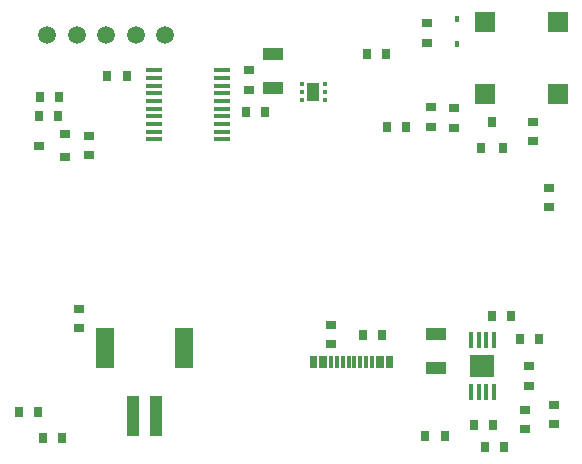
<source format=gbp>
%TF.GenerationSoftware,KiCad,Pcbnew,8.0.6*%
%TF.CreationDate,2024-12-09T18:11:45+01:00*%
%TF.ProjectId,Xmas,586d6173-2e6b-4696-9361-645f70636258,rev?*%
%TF.SameCoordinates,Original*%
%TF.FileFunction,Paste,Bot*%
%TF.FilePolarity,Positive*%
%FSLAX46Y46*%
G04 Gerber Fmt 4.6, Leading zero omitted, Abs format (unit mm)*
G04 Created by KiCad (PCBNEW 8.0.6) date 2024-12-09 18:11:45*
%MOMM*%
%LPD*%
G01*
G04 APERTURE LIST*
%ADD10R,0.950000X0.800000*%
%ADD11R,1.350000X0.400000*%
%ADD12R,0.800000X0.950000*%
%ADD13R,0.450000X0.300000*%
%ADD14R,1.000000X1.600000*%
%ADD15R,1.750000X1.125000*%
%ADD16R,0.450000X0.590000*%
%ADD17R,0.800000X0.900000*%
%ADD18R,0.300000X1.140000*%
%ADD19C,1.500000*%
%ADD20R,1.000000X3.500000*%
%ADD21R,1.500000X3.400000*%
%ADD22R,0.450000X1.400000*%
%ADD23R,2.000000X1.880000*%
%ADD24R,0.900000X0.800000*%
%ADD25R,1.800000X1.800000*%
G04 APERTURE END LIST*
D10*
%TO.C,R4*%
X145200000Y-111225000D03*
X145200000Y-109575000D03*
%TD*%
D11*
%TO.C,IC1*%
X119575000Y-80825000D03*
X119575000Y-81475000D03*
X119575000Y-82125000D03*
X119575000Y-82775000D03*
X119575000Y-83425000D03*
X119575000Y-84075000D03*
X119575000Y-84725000D03*
X119575000Y-85375000D03*
X119575000Y-86025000D03*
X119575000Y-86675000D03*
X113825000Y-86675000D03*
X113825000Y-86025000D03*
X113825000Y-85375000D03*
X113825000Y-84725000D03*
X113825000Y-84075000D03*
X113825000Y-83425000D03*
X113825000Y-82775000D03*
X113825000Y-82125000D03*
X113825000Y-81475000D03*
X113825000Y-80825000D03*
%TD*%
D12*
%TO.C,C2*%
X142500000Y-110825000D03*
X140850000Y-110825000D03*
%TD*%
D10*
%TO.C,C5*%
X107450000Y-102685000D03*
X107450000Y-101035000D03*
%TD*%
%TO.C,R11*%
X108250000Y-86375000D03*
X108250000Y-88025000D03*
%TD*%
D12*
%TO.C,C10*%
X106025000Y-111950000D03*
X104375000Y-111950000D03*
%TD*%
D10*
%TO.C,R2*%
X128750000Y-104025000D03*
X128750000Y-102375000D03*
%TD*%
D12*
%TO.C,R10*%
X102325000Y-109750000D03*
X103975000Y-109750000D03*
%TD*%
%TO.C,R7*%
X123205000Y-84370000D03*
X121555000Y-84370000D03*
%TD*%
%TO.C,R8*%
X109825000Y-81300000D03*
X111475000Y-81300000D03*
%TD*%
D13*
%TO.C,U1*%
X126300000Y-83300000D03*
X126300000Y-82650000D03*
X126300000Y-82000000D03*
X128250000Y-82000000D03*
X128250000Y-82650000D03*
X128250000Y-83300000D03*
D14*
X127275000Y-82650000D03*
%TD*%
D15*
%TO.C,C8*%
X123900000Y-79437500D03*
X123900000Y-82362500D03*
%TD*%
D10*
%TO.C,C4*%
X147200000Y-92425000D03*
X147200000Y-90775000D03*
%TD*%
D12*
%TO.C,R3*%
X142375000Y-101600000D03*
X144025000Y-101600000D03*
%TD*%
D10*
%TO.C,C7*%
X121850000Y-80825000D03*
X121850000Y-82475000D03*
%TD*%
D16*
%TO.C,D1*%
X139450000Y-78595000D03*
X139450000Y-76485000D03*
%TD*%
D17*
%TO.C,Q2*%
X143350000Y-87375000D03*
X142400000Y-85175000D03*
X141450000Y-87375000D03*
%TD*%
D12*
%TO.C,LED13*%
X144737000Y-103600000D03*
X146387000Y-103600000D03*
%TD*%
D18*
%TO.C,CONN2*%
X133860000Y-105530000D03*
X133060000Y-105530000D03*
X131760000Y-105530000D03*
X130760000Y-105530000D03*
X130260000Y-105530000D03*
X129260000Y-105530000D03*
X127960000Y-105530000D03*
X127160000Y-105530000D03*
X127460000Y-105530000D03*
X128260000Y-105530000D03*
X128760000Y-105530000D03*
X129760000Y-105530000D03*
X131260000Y-105530000D03*
X132260000Y-105530000D03*
X132760000Y-105530000D03*
X133560000Y-105530000D03*
%TD*%
D12*
%TO.C,R6*%
X104025000Y-84700000D03*
X105675000Y-84700000D03*
%TD*%
D10*
%TO.C,R9*%
X147650000Y-110800000D03*
X147650000Y-109150000D03*
%TD*%
D19*
%TO.C,TP2*%
X107250000Y-77800000D03*
%TD*%
D12*
%TO.C,C6*%
X136775000Y-111800000D03*
X138425000Y-111800000D03*
%TD*%
D20*
%TO.C,CONN1*%
X112000000Y-110100000D03*
X114000000Y-110100000D03*
D21*
X116350000Y-104350000D03*
X109650000Y-104350000D03*
%TD*%
D22*
%TO.C,IC2*%
X142575000Y-108075000D03*
X141925000Y-108075000D03*
X141275000Y-108075000D03*
X140625000Y-108075000D03*
X140625000Y-103675000D03*
X141275000Y-103675000D03*
X141925000Y-103675000D03*
X142575000Y-103675000D03*
D23*
X141600000Y-105875000D03*
%TD*%
D10*
%TO.C,R5*%
X145525000Y-105875000D03*
X145525000Y-107525000D03*
%TD*%
D19*
%TO.C,TP5*%
X114750000Y-77800000D03*
%TD*%
D12*
%TO.C,C9*%
X141775000Y-112750000D03*
X143425000Y-112750000D03*
%TD*%
D19*
%TO.C,TP3*%
X109750000Y-77800000D03*
%TD*%
D10*
%TO.C,C13*%
X136930000Y-78485000D03*
X136930000Y-76835000D03*
%TD*%
%TO.C,C11*%
X137225000Y-83950000D03*
X137225000Y-85600000D03*
%TD*%
D12*
%TO.C,R12*%
X133475000Y-85600000D03*
X135125000Y-85600000D03*
%TD*%
D15*
%TO.C,C3*%
X137700000Y-106062500D03*
X137700000Y-103137500D03*
%TD*%
D19*
%TO.C,TP1*%
X104750000Y-77800000D03*
%TD*%
D24*
%TO.C,Q1*%
X106250000Y-86250000D03*
X104050000Y-87200000D03*
X106250000Y-88150000D03*
%TD*%
D19*
%TO.C,TP4*%
X112250000Y-77800000D03*
%TD*%
D25*
%TO.C,SPK1*%
X147975000Y-76725000D03*
X147975000Y-82875000D03*
X141825000Y-82875000D03*
X141825000Y-76725000D03*
%TD*%
D12*
%TO.C,R14*%
X133450000Y-79450000D03*
X131800000Y-79450000D03*
%TD*%
D10*
%TO.C,R13*%
X139230000Y-84055000D03*
X139230000Y-85705000D03*
%TD*%
D12*
%TO.C,R1*%
X131475000Y-103250000D03*
X133125000Y-103250000D03*
%TD*%
%TO.C,C1*%
X104125000Y-83050000D03*
X105775000Y-83050000D03*
%TD*%
D10*
%TO.C,C12*%
X145875000Y-86850000D03*
X145875000Y-85200000D03*
%TD*%
M02*

</source>
